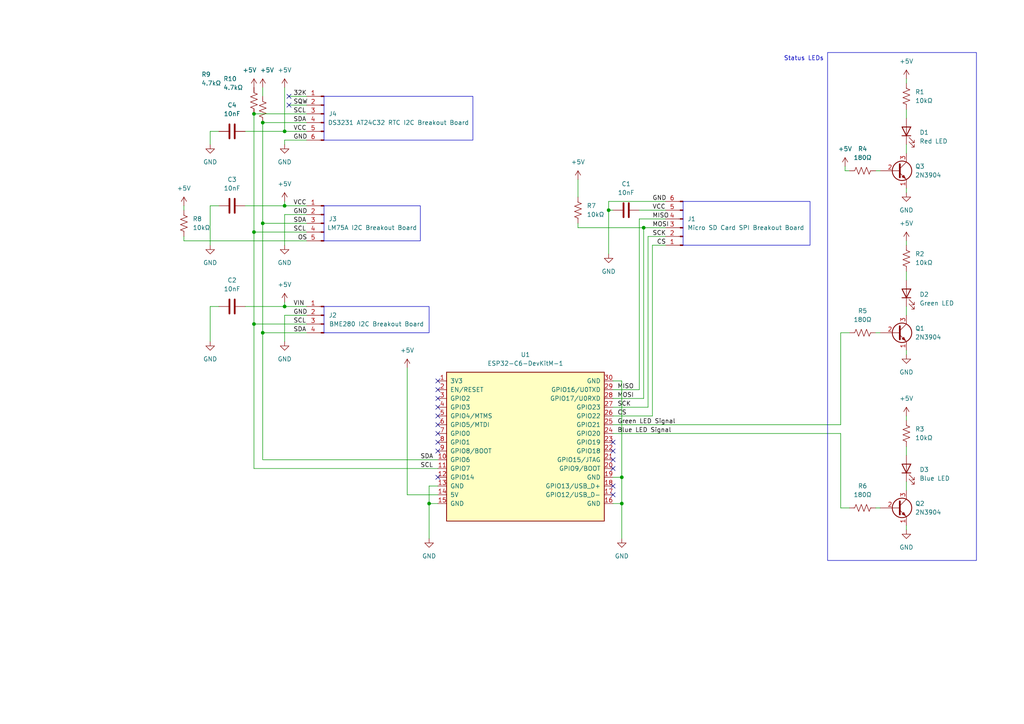
<source format=kicad_sch>
(kicad_sch (version 20230121) (generator eeschema)
  (paper "A4")
  (title_block (title "Project: Warmup Hardware") (date "2024-05-03") (rev "V0.1A") (comment 1 "Requires Espressif KiCad Library"))
  (lib_symbols
    (symbol "Connector:Conn_01x04_Pin" (pin_names (offset 1.016) hide)
      (property "Reference" "J" (at 0 5.08 0))
      (property "Value" "Conn_01x04_Pin" (at 0 -7.62 0))
      (symbol "Conn_01x04_Pin_1_1"
        (polyline (pts (xy 1.27 -5.08) (xy 0.8636 -5.08)) (stroke (width 0.1524)))
        (polyline (pts (xy 1.27 -2.54) (xy 0.8636 -2.54)) (stroke (width 0.1524)))
        (polyline (pts (xy 1.27 0) (xy 0.8636 0)) (stroke (width 0.1524)))
        (polyline (pts (xy 1.27 2.54) (xy 0.8636 2.54)) (stroke (width 0.1524)))
        (rectangle (start 0.8636 -4.953) (end 0 -5.207) (stroke (width 0.1524)) (fill (type outline)))
        (rectangle (start 0.8636 -2.413) (end 0 -2.667) (stroke (width 0.1524)) (fill (type outline)))
        (rectangle (start 0.8636 0.127) (end 0 -0.127) (stroke (width 0.1524)) (fill (type outline)))
        (rectangle (start 0.8636 2.667) (end 0 2.413) (stroke (width 0.1524)) (fill (type outline)))
        (pin passive line (at 5.08 2.54 180) (length 3.81) (name "Pin_1") (number "1"))
        (pin passive line (at 5.08 0 180) (length 3.81) (name "Pin_2") (number "2"))
        (pin passive line (at 5.08 -2.54 180) (length 3.81) (name "Pin_3") (number "3"))
        (pin passive line (at 5.08 -5.08 180) (length 3.81) (name "Pin_4") (number "4"))
      )
    )
    (symbol "Connector:Conn_01x05_Pin" (pin_names (offset 1.016) hide)
      (property "Reference" "J" (at 0 7.62 0))
      (property "Value" "Conn_01x05_Pin" (at 0 -7.62 0))
      (symbol "Conn_01x05_Pin_1_1"
        (polyline (pts (xy 1.27 -5.08) (xy 0.8636 -5.08)) (stroke (width 0.1524)))
        (polyline (pts (xy 1.27 -2.54) (xy 0.8636 -2.54)) (stroke (width 0.1524)))
        (polyline (pts (xy 1.27 0) (xy 0.8636 0)) (stroke (width 0.1524)))
        (polyline (pts (xy 1.27 2.54) (xy 0.8636 2.54)) (stroke (width 0.1524)))
        (polyline (pts (xy 1.27 5.08) (xy 0.8636 5.08)) (stroke (width 0.1524)))
        (rectangle (start 0.8636 -4.953) (end 0 -5.207) (stroke (width 0.1524)) (fill (type outline)))
        (rectangle (start 0.8636 -2.413) (end 0 -2.667) (stroke (width 0.1524)) (fill (type outline)))
        (rectangle (start 0.8636 0.127) (end 0 -0.127) (stroke (width 0.1524)) (fill (type outline)))
        (rectangle (start 0.8636 2.667) (end 0 2.413) (stroke (width 0.1524)) (fill (type outline)))
        (rectangle (start 0.8636 5.207) (end 0 4.953) (stroke (width 0.1524)) (fill (type outline)))
        (pin passive line (at 5.08 5.08 180) (length 3.81) (name "Pin_1") (number "1"))
        (pin passive line (at 5.08 2.54 180) (length 3.81) (name "Pin_2") (number "2"))
        (pin passive line (at 5.08 0 180) (length 3.81) (name "Pin_3") (number "3"))
        (pin passive line (at 5.08 -2.54 180) (length 3.81) (name "Pin_4") (number "4"))
        (pin passive line (at 5.08 -5.08 180) (length 3.81) (name "Pin_5") (number "5"))
      )
    )
    (symbol "Connector:Conn_01x06_Pin" (pin_names (offset 1.016) hide)
      (property "Reference" "J" (at 0 7.62 0))
      (property "Value" "Conn_01x06_Pin" (at 0 -10.16 0))
      (symbol "Conn_01x06_Pin_1_1"
        (polyline (pts (xy 1.27 -7.62) (xy 0.8636 -7.62)) (stroke (width 0.1524)))
        (polyline (pts (xy 1.27 -5.08) (xy 0.8636 -5.08)) (stroke (width 0.1524)))
        (polyline (pts (xy 1.27 -2.54) (xy 0.8636 -2.54)) (stroke (width 0.1524)))
        (polyline (pts (xy 1.27 0) (xy 0.8636 0)) (stroke (width 0.1524)))
        (polyline (pts (xy 1.27 2.54) (xy 0.8636 2.54)) (stroke (width 0.1524)))
        (polyline (pts (xy 1.27 5.08) (xy 0.8636 5.08)) (stroke (width 0.1524)))
        (rectangle (start 0.8636 -7.493) (end 0 -7.747) (stroke (width 0.1524)) (fill (type outline)))
        (rectangle (start 0.8636 -4.953) (end 0 -5.207) (stroke (width 0.1524)) (fill (type outline)))
        (rectangle (start 0.8636 -2.413) (end 0 -2.667) (stroke (width 0.1524)) (fill (type outline)))
        (rectangle (start 0.8636 0.127) (end 0 -0.127) (stroke (width 0.1524)) (fill (type outline)))
        (rectangle (start 0.8636 2.667) (end 0 2.413) (stroke (width 0.1524)) (fill (type outline)))
        (rectangle (start 0.8636 5.207) (end 0 4.953) (stroke (width 0.1524)) (fill (type outline)))
        (pin passive line (at 5.08 5.08 180) (length 3.81) (name "Pin_1") (number "1"))
        (pin passive line (at 5.08 2.54 180) (length 3.81) (name "Pin_2") (number "2"))
        (pin passive line (at 5.08 0 180) (length 3.81) (name "Pin_3") (number "3"))
        (pin passive line (at 5.08 -2.54 180) (length 3.81) (name "Pin_4") (number "4"))
        (pin passive line (at 5.08 -5.08 180) (length 3.81) (name "Pin_5") (number "5"))
        (pin passive line (at 5.08 -7.62 180) (length 3.81) (name "Pin_6") (number "6"))
      )
    )
    (symbol "Device:C" (pin_numbers hide) (pin_names (offset 0.254))
      (property "Reference" "C" (at 0.635 2.54 0))
      (property "Value" "C" (at 0.635 -2.54 0))
      (symbol "C_0_1"
        (polyline (pts (xy -2.032 -0.762) (xy 2.032 -0.762)) (stroke (width 0.508)))
        (polyline (pts (xy -2.032 0.762) (xy 2.032 0.762)) (stroke (width 0.508)))
      )
      (symbol "C_1_1"
        (pin passive line (at 0 3.81 270) (length 2.794) (name "~") (number "1"))
        (pin passive line (at 0 -3.81 90) (length 2.794) (name "~") (number "2"))
      )
    )
    (symbol "Device:LED" (pin_numbers hide) (pin_names (offset 1.016) hide)
      (property "Reference" "D" (at 0 2.54 0))
      (property "Value" "LED" (at 0 -2.54 0))
      (symbol "LED_0_1"
        (polyline (pts (xy -1.27 -1.27) (xy -1.27 1.27)) (stroke (width 0.254)))
        (polyline (pts (xy -1.27 0) (xy 1.27 0)))
        (polyline (pts (xy 1.27 -1.27) (xy 1.27 1.27) (xy -1.27 0) (xy 1.27 -1.27)) (stroke (width 0.254)))
        (polyline (pts (xy -3.048 -0.762) (xy -4.572 -2.286) (xy -3.81 -2.286) (xy -4.572 -2.286) (xy -4.572 -1.524)))
        (polyline (pts (xy -1.778 -0.762) (xy -3.302 -2.286) (xy -2.54 -2.286) (xy -3.302 -2.286) (xy -3.302 -1.524)))
      )
      (symbol "LED_1_1"
        (pin passive line (at -3.81 0 0) (length 2.54) (name "K") (number "1"))
        (pin passive line (at 3.81 0 180) (length 2.54) (name "A") (number "2"))
      )
    )
    (symbol "Device:R_US" (pin_numbers hide) (pin_names (offset 0))
      (property "Reference" "R" (at 2.54 0 90))
      (property "Value" "R_US" (at -2.54 0 90))
      (symbol "R_US_0_1"
        (polyline (pts (xy 0 -2.286) (xy 0 -2.54)))
        (polyline (pts (xy 0 2.286) (xy 0 2.54)))
        (polyline (pts (xy 0 -0.762) (xy 1.016 -1.143) (xy 0 -1.524) (xy -1.016 -1.905) (xy 0 -2.286)))
        (polyline (pts (xy 0 0.762) (xy 1.016 0.381) (xy 0 0) (xy -1.016 -0.381) (xy 0 -0.762)))
        (polyline (pts (xy 0 2.286) (xy 1.016 1.905) (xy 0 1.524) (xy -1.016 1.143) (xy 0 0.762)))
      )
      (symbol "R_US_1_1"
        (pin passive line (at 0 3.81 270) (length 1.27) (name "~") (number "1"))
        (pin passive line (at 0 -3.81 90) (length 1.27) (name "~") (number "2"))
      )
    )
    (symbol "PCM_Espressif:ESP32-C6-DevKitM-1" (pin_names (offset 1.016))
      (property "Reference" "U" (at -22.86 25.4 0))
      (property "Value" "ESP32-C6-DevKitM-1" (at -22.86 22.86 0))
      (symbol "ESP32-C6-DevKitM-1_0_1"
        (rectangle (start -22.86 20.32) (end 22.86 -22.86) (stroke (width 0.254)) (fill (type background)))
      )
      (symbol "ESP32-C6-DevKitM-1_1_0"
        (pin power_in line (at -25.4 -15.24 0) (length 2.54) (name "5V") (number "14"))
        (pin input line (at -25.4 15.24 0) (length 2.54) (name "EN/RESET") (number "2"))
        (pin passive line (at 25.4 17.78 180) (length 2.54) (name "GND") (number "30"))
      )
      (symbol "ESP32-C6-DevKitM-1_1_1"
        (pin power_in line (at -25.4 17.78 0) (length 2.54) (name "3V3") (number "1"))
        (pin bidirectional line (at -25.4 -5.08 0) (length 2.54) (name "GPIO6") (number "10"))
        (pin bidirectional line (at -25.4 -7.62 0) (length 2.54) (name "GPIO7") (number "11"))
        (pin bidirectional line (at -25.4 -10.16 0) (length 2.54) (name "GPIO14") (number "12"))
        (pin passive line (at -25.4 -12.7 0) (length 2.54) (name "GND") (number "13"))
        (pin passive line (at -25.4 -17.78 0) (length 2.54) (name "GND") (number "15"))
        (pin passive line (at 25.4 -17.78 180) (length 2.54) (name "GND") (number "16"))
        (pin bidirectional line (at 25.4 -15.24 180) (length 2.54) (name "GPIO12/USB_D-") (number "17"))
        (pin bidirectional line (at 25.4 -12.7 180) (length 2.54) (name "GPIO13/USB_D+") (number "18"))
        (pin passive line (at 25.4 -10.16 180) (length 2.54) (name "GND") (number "19"))
        (pin bidirectional line (at 25.4 -7.62 180) (length 2.54) (name "GPIO9/BOOT") (number "20"))
        (pin bidirectional line (at 25.4 -5.08 180) (length 2.54) (name "GPIO15/JTAG") (number "21"))
        (pin bidirectional line (at 25.4 -2.54 180) (length 2.54) (name "GPIO18") (number "22"))
        (pin bidirectional line (at 25.4 0 180) (length 2.54) (name "GPIO19") (number "23"))
        (pin bidirectional line (at 25.4 2.54 180) (length 2.54) (name "GPIO20") (number "24"))
        (pin bidirectional line (at 25.4 5.08 180) (length 2.54) (name "GPIO21") (number "25"))
        (pin bidirectional line (at 25.4 7.62 180) (length 2.54) (name "GPIO22") (number "26"))
        (pin bidirectional line (at 25.4 10.16 180) (length 2.54) (name "GPIO23") (number "27"))
        (pin bidirectional line (at 25.4 12.7 180) (length 2.54) (name "GPIO17/U0RXD") (number "28"))
        (pin bidirectional line (at 25.4 15.24 180) (length 2.54) (name "GPIO16/U0TXD") (number "29"))
        (pin bidirectional line (at -25.4 12.7 0) (length 2.54) (name "GPIO2") (number "3"))
        (pin bidirectional line (at -25.4 10.16 0) (length 2.54) (name "GPIO3") (number "4"))
        (pin bidirectional line (at -25.4 7.62 0) (length 2.54) (name "GPIO4/MTMS") (number "5"))
        (pin bidirectional line (at -25.4 5.08 0) (length 2.54) (name "GPIO5/MTDI") (number "6"))
        (pin bidirectional line (at -25.4 2.54 0) (length 2.54) (name "GPIO0") (number "7"))
        (pin bidirectional line (at -25.4 0 0) (length 2.54) (name "GPIO1") (number "8"))
        (pin bidirectional line (at -25.4 -2.54 0) (length 2.54) (name "GPIO8/BOOT") (number "9"))
      )
    )
    (symbol "Transistor_BJT:2N3904" (pin_names (offset 0) hide)
      (property "Reference" "Q" (at 5.08 1.905 0))
      (property "Value" "2N3904" (at 5.08 0 0))
      (symbol "2N3904_0_1"
        (polyline (pts (xy 0.635 0.635) (xy 2.54 2.54)))
        (polyline (pts (xy 0.635 -0.635) (xy 2.54 -2.54) (xy 2.54 -2.54)))
        (polyline (pts (xy 0.635 1.905) (xy 0.635 -1.905) (xy 0.635 -1.905)) (stroke (width 0.508)))
        (polyline (pts (xy 1.27 -1.778) (xy 1.778 -1.27) (xy 2.286 -2.286) (xy 1.27 -1.778) (xy 1.27 -1.778)) (fill (type outline)))
        (circle (center 1.27 0) (radius 2.8194) (stroke (width 0.254)))
      )
      (symbol "2N3904_1_1"
        (pin passive line (at 2.54 -5.08 90) (length 2.54) (name "E") (number "1"))
        (pin passive line (at -5.08 0 0) (length 5.715) (name "B") (number "2"))
        (pin passive line (at 2.54 5.08 270) (length 2.54) (name "C") (number "3"))
      )
    )
    (symbol "power:+5V" (power) (pin_names (offset 0))
      (property "Value" "+5V" (at 0 3.556 0))
      (symbol "+5V_0_1"
        (polyline (pts (xy -0.762 1.27) (xy 0 2.54)))
        (polyline (pts (xy 0 0) (xy 0 2.54)))
        (polyline (pts (xy 0 2.54) (xy 0.762 1.27)))
      )
      (symbol "+5V_1_1"
        (pin power_in line (at 0 0 90) (length 0) hide (name "+5V") (number "1"))
      )
    )
    (symbol "power:GND" (power) (pin_names (offset 0))
      (property "Value" "GND" (at 0 -3.81 0))
      (symbol "GND_0_1"
        (polyline (pts (xy 0 0) (xy 0 -1.27) (xy 1.27 -1.27) (xy 0 -2.54) (xy -1.27 -1.27) (xy 0 -1.27)))
      )
      (symbol "GND_1_1"
        (pin power_in line (at 0 0 270) (length 0) hide (name "GND") (number "1"))
      )
    )
  )
  (junction (at 76.2 96.52))
  (junction (at 82.55 38.1))
  (junction (at 73.66 33.02))
  (junction (at 124.46 146.05))
  (junction (at 73.66 67.31))
  (junction (at 82.55 88.9))
  (junction (at 82.55 59.69))
  (junction (at 186.69 66.04))
  (junction (at 73.66 93.98))
  (junction (at 180.34 146.05))
  (junction (at 180.34 138.43))
  (junction (at 76.2 35.56))
  (junction (at 76.2 64.77))
  (junction (at 176.53 60.96))
  (no_connect (at 177.8 128.27))
  (no_connect (at 177.8 135.89))
  (no_connect (at 177.8 140.97))
  (no_connect (at 127 115.57))
  (no_connect (at 177.8 133.35))
  (no_connect (at 127 123.19))
  (no_connect (at 127 113.03))
  (no_connect (at 127 128.27))
  (no_connect (at 177.8 130.81))
  (no_connect (at 127 130.81))
  (no_connect (at 127 118.11))
  (no_connect (at 127 138.43))
  (no_connect (at 177.8 143.51))
  (no_connect (at 83.82 27.94))
  (no_connect (at 127 120.65))
  (no_connect (at 127 125.73))
  (no_connect (at 127 110.49))
  (no_connect (at 83.82 30.48))
  (wire (pts (xy 167.64 52.07) (xy 167.64 57.15)))
  (wire (pts (xy 187.96 68.58) (xy 193.04 68.58)))
  (wire (pts (xy 187.96 68.58) (xy 187.96 118.11)))
  (wire (pts (xy 73.66 33.02) (xy 73.66 67.31)))
  (wire (pts (xy 73.66 33.02) (xy 88.9 33.02)))
  (wire (pts (xy 73.66 67.31) (xy 88.9 67.31)))
  (wire (pts (xy 186.69 66.04) (xy 186.69 115.57)))
  (wire (pts (xy 177.8 110.49) (xy 180.34 110.49)))
  (wire (pts (xy 186.69 66.04) (xy 193.04 66.04)))
  (wire (pts (xy 185.42 113.03) (xy 177.8 113.03)))
  (wire (pts (xy 124.46 146.05) (xy 124.46 156.21)))
  (wire (pts (xy 60.96 88.9) (xy 60.96 99.06)))
  (wire (pts (xy 127 133.35) (xy 76.2 133.35)))
  (wire (pts (xy 262.89 69.85) (xy 262.89 71.12)))
  (wire (pts (xy 82.55 62.23) (xy 82.55 71.12)))
  (wire (pts (xy 177.8 118.11) (xy 187.96 118.11)))
  (wire (pts (xy 82.55 25.4) (xy 82.55 38.1)))
  (wire (pts (xy 73.66 93.98) (xy 88.9 93.98)))
  (wire (pts (xy 76.2 35.56) (xy 76.2 64.77)))
  (wire (pts (xy 82.55 62.23) (xy 88.9 62.23)))
  (wire (pts (xy 71.12 88.9) (xy 82.55 88.9)))
  (wire (pts (xy 177.8 125.73) (xy 243.84 125.73)))
  (wire (pts (xy 177.8 146.05) (xy 180.34 146.05)))
  (wire (pts (xy 262.89 41.91) (xy 262.89 44.45)))
  (wire (pts (xy 177.8 120.65) (xy 189.23 120.65)))
  (wire (pts (xy 127 146.05) (xy 124.46 146.05)))
  (wire (pts (xy 82.55 88.9) (xy 88.9 88.9)))
  (wire (pts (xy 71.12 38.1) (xy 82.55 38.1)))
  (wire (pts (xy 53.34 60.96) (xy 53.34 59.69)))
  (wire (pts (xy 243.84 96.52) (xy 243.84 123.19)))
  (wire (pts (xy 262.89 88.9) (xy 262.89 91.44)))
  (wire (pts (xy 176.53 60.96) (xy 177.8 60.96)))
  (wire (pts (xy 189.23 71.12) (xy 193.04 71.12)))
  (wire (pts (xy 82.55 91.44) (xy 88.9 91.44)))
  (wire (pts (xy 60.96 59.69) (xy 60.96 71.12)))
  (wire (pts (xy 82.55 88.9) (xy 82.55 87.63)))
  (wire (pts (xy 127 143.51) (xy 118.11 143.51)))
  (wire (pts (xy 262.89 139.7) (xy 262.89 142.24)))
  (wire (pts (xy 73.66 135.89) (xy 73.66 93.98)))
  (wire (pts (xy 71.12 59.69) (xy 82.55 59.69)))
  (wire (pts (xy 83.82 30.48) (xy 88.9 30.48)))
  (wire (pts (xy 82.55 40.64) (xy 82.55 41.91)))
  (wire (pts (xy 243.84 147.32) (xy 246.38 147.32)))
  (wire (pts (xy 76.2 64.77) (xy 88.9 64.77)))
  (wire (pts (xy 127 140.97) (xy 124.46 140.97)))
  (wire (pts (xy 176.53 60.96) (xy 176.53 73.66)))
  (wire (pts (xy 243.84 125.73) (xy 243.84 147.32)))
  (wire (pts (xy 73.66 67.31) (xy 73.66 93.98)))
  (wire (pts (xy 124.46 140.97) (xy 124.46 146.05)))
  (wire (pts (xy 262.89 31.75) (xy 262.89 34.29)))
  (wire (pts (xy 254 96.52) (xy 255.27 96.52)))
  (wire (pts (xy 243.84 96.52) (xy 246.38 96.52)))
  (wire (pts (xy 185.42 63.5) (xy 193.04 63.5)))
  (wire (pts (xy 83.82 27.94) (xy 88.9 27.94)))
  (wire (pts (xy 177.8 138.43) (xy 180.34 138.43)))
  (wire (pts (xy 76.2 64.77) (xy 76.2 96.52)))
  (wire (pts (xy 262.89 78.74) (xy 262.89 81.28)))
  (wire (pts (xy 180.34 110.49) (xy 180.34 138.43)))
  (wire (pts (xy 262.89 129.54) (xy 262.89 132.08)))
  (wire (pts (xy 180.34 138.43) (xy 180.34 146.05)))
  (wire (pts (xy 262.89 120.65) (xy 262.89 121.92)))
  (wire (pts (xy 53.34 69.85) (xy 53.34 68.58)))
  (wire (pts (xy 63.5 38.1) (xy 60.96 38.1)))
  (wire (pts (xy 76.2 35.56) (xy 88.9 35.56)))
  (wire (pts (xy 185.42 63.5) (xy 185.42 113.03)))
  (wire (pts (xy 76.2 133.35) (xy 76.2 96.52)))
  (wire (pts (xy 262.89 101.6) (xy 262.89 102.87)))
  (wire (pts (xy 262.89 22.86) (xy 262.89 24.13)))
  (wire (pts (xy 76.2 96.52) (xy 88.9 96.52)))
  (wire (pts (xy 76.2 25.4) (xy 76.2 27.94)))
  (wire (pts (xy 82.55 59.69) (xy 82.55 58.42)))
  (wire (pts (xy 254 49.53) (xy 255.27 49.53)))
  (wire (pts (xy 63.5 59.69) (xy 60.96 59.69)))
  (wire (pts (xy 246.38 49.53) (xy 245.11 49.53)))
  (wire (pts (xy 82.55 38.1) (xy 88.9 38.1)))
  (wire (pts (xy 167.64 66.04) (xy 167.64 64.77)))
  (wire (pts (xy 262.89 54.61) (xy 262.89 55.88)))
  (wire (pts (xy 118.11 143.51) (xy 118.11 106.68)))
  (wire (pts (xy 189.23 120.65) (xy 189.23 71.12)))
  (wire (pts (xy 177.8 115.57) (xy 186.69 115.57)))
  (wire (pts (xy 176.53 58.42) (xy 193.04 58.42)))
  (wire (pts (xy 82.55 59.69) (xy 88.9 59.69)))
  (wire (pts (xy 176.53 58.42) (xy 176.53 60.96)))
  (wire (pts (xy 53.34 69.85) (xy 88.9 69.85)))
  (wire (pts (xy 177.8 123.19) (xy 243.84 123.19)))
  (wire (pts (xy 60.96 38.1) (xy 60.96 41.91)))
  (wire (pts (xy 82.55 91.44) (xy 82.55 99.06)))
  (wire (pts (xy 127 135.89) (xy 73.66 135.89)))
  (wire (pts (xy 180.34 146.05) (xy 180.34 156.21)))
  (wire (pts (xy 262.89 152.4) (xy 262.89 153.67)))
  (wire (pts (xy 245.11 49.53) (xy 245.11 48.26)))
  (wire (pts (xy 82.55 40.64) (xy 88.9 40.64)))
  (wire (pts (xy 185.42 60.96) (xy 193.04 60.96)))
  (wire (pts (xy 63.5 88.9) (xy 60.96 88.9)))
  (wire (pts (xy 167.64 66.04) (xy 186.69 66.04)))
  (wire (pts (xy 254 147.32) (xy 255.27 147.32)))
  (rectangle (start 198.12 58.42) (end 234.95 71.12))
  (rectangle (start 240.03 15.24) (end 283.21 162.56))
  (rectangle (start 93.98 40.64) (end 137.16 27.94))
  (rectangle (start 93.98 69.85) (end 121.92 59.69))
  (rectangle (start 93.98 96.52) (end 124.46 88.9))
  (text "Status LEDs" (at 227.33 17.78 0) (effects (font (size 1.27 1.27)) (justify left bottom)))
  (label "32K" (at 85.09 27.94 0))
  (label "SDA" (at 85.09 96.52 0))
  (label "CS" (at 190.5 71.12 0))
  (label "GND" (at 85.09 91.44 0))
  (label "OS" (at 86.36 69.85 0))
  (label "SCL" (at 85.09 33.02 0))
  (label "SCL" (at 85.09 67.31 0))
  (label "SDA" (at 85.09 64.77 0))
  (label "VCC" (at 189.23 60.96 0))
  (label "SCL" (at 85.09 93.98 0))
  (label "SCK" (at 189.23 68.58 0))
  (label "MOSI" (at 179.07 115.57 0))
  (label "MISO" (at 179.07 113.03 0))
  (label "SDA" (at 85.09 35.56 0))
  (label "GND" (at 85.09 62.23 0))
  (label "VIN" (at 85.09 88.9 0))
  (label "SQW" (at 85.09 30.48 0))
  (label "MISO" (at 189.23 63.5 0))
  (label "SCK" (at 179.07 118.11 0))
  (label "SDA" (at 121.92 133.35 0))
  (label "MOSI" (at 189.23 66.04 0))
  (label "CS" (at 179.07 120.65 0))
  (label "Green LED Signal" (at 179.07 123.19 0))
  (label "VCC" (at 85.09 59.69 0))
  (label "VCC" (at 85.09 38.1 0))
  (label "GND" (at 85.09 40.64 0))
  (label "Blue LED Signal" (at 179.07 125.73 0))
  (label "SCL" (at 121.92 135.89 0))
  (label "GND" (at 189.23 58.42 0))
  (symbol (lib_id "power:GND") (at 82.55 71.12 0) (unit 1)
    (property "Reference" "#PWR017" (effects hide))
    (property "Value" "GND" (at 82.55 76.2 0))
  )
  (symbol (lib_id "Device:R_US") (at 53.34 64.77 180) (unit 1)
    (property "Reference" "R8" (at 55.88 63.5 0) (effects (justify right)))
    (property "Value" "10kΩ" (at 55.88 66.04 0) (effects (justify right)))
  )
  (symbol (lib_id "power:GND") (at 124.46 156.21 0) (unit 1)
    (property "Reference" "#PWR02" (effects hide))
    (property "Value" "GND" (at 124.46 161.29 0))
  )
  (symbol (lib_id "power:GND") (at 60.96 99.06 0) (unit 1)
    (property "Reference" "#PWR019" (effects hide))
    (property "Value" "GND" (at 60.96 104.14 0))
  )
  (symbol (lib_id "Device:LED") (at 262.89 85.09 90) (unit 1)
    (property "Reference" "D2" (at 266.7 85.4075 90) (effects (justify right)))
    (property "Value" "Green LED" (at 266.7 87.9475 90) (effects (justify right)))
  )
  (symbol (lib_id "Device:LED") (at 262.89 135.89 90) (unit 1)
    (property "Reference" "D3" (at 266.7 136.2075 90) (effects (justify right)))
    (property "Value" "Blue LED" (at 266.7 138.7475 90) (effects (justify right)))
  )
  (symbol (lib_id "Device:R_US") (at 262.89 74.93 0) (unit 1)
    (property "Reference" "R2" (at 265.43 73.66 0) (effects (justify left)))
    (property "Value" "10kΩ" (at 265.43 76.2 0) (effects (justify left)))
  )
  (symbol (lib_id "Connector:Conn_01x04_Pin") (at 93.98 91.44 0) (mirror y) (unit 1)
    (property "Reference" "J2" (at 96.52 91.44 0))
    (property "Value" "BME280 I2C Breakout Board" (at 109.22 93.98 0))
  )
  (symbol (lib_id "power:GND") (at 82.55 99.06 0) (unit 1)
    (property "Reference" "#PWR016" (effects hide))
    (property "Value" "GND" (at 82.55 104.14 0))
  )
  (symbol (lib_id "Device:R_US") (at 250.19 147.32 90) (unit 1)
    (property "Reference" "R6" (at 250.19 140.97 90))
    (property "Value" "180Ω" (at 250.19 143.51 90))
  )
  (symbol (lib_id "Device:C") (at 67.31 88.9 90) (unit 1)
    (property "Reference" "C2" (at 67.31 81.28 90))
    (property "Value" "10nF" (at 67.31 83.82 90))
  )
  (symbol (lib_id "Connector:Conn_01x06_Pin") (at 93.98 33.02 0) (mirror y) (unit 1)
    (property "Reference" "J4" (at 96.52 33.02 0))
    (property "Value" "DS3231 AT24C32 RTC I2C Breakout Board" (at 115.57 35.56 0))
  )
  (symbol (lib_id "power:+5V") (at 118.11 106.68 0) (unit 1)
    (property "Reference" "#PWR024" (effects hide))
    (property "Value" "+5V" (at 118.11 101.6 0))
  )
  (symbol (lib_id "power:+5V") (at 167.64 52.07 0) (unit 1)
    (property "Reference" "#PWR011" (effects hide))
    (property "Value" "+5V" (at 167.64 46.99 0))
  )
  (symbol (lib_id "Device:R_US") (at 250.19 49.53 270) (unit 1)
    (property "Reference" "R4" (at 250.19 43.18 90))
    (property "Value" "180Ω" (at 250.19 45.72 90))
  )
  (symbol (lib_id "power:+5V") (at 76.2 25.4 0) (unit 1)
    (property "Reference" "#PWR023" (effects hide))
    (property "Value" "+5V" (at 77.47 20.32 0))
  )
  (symbol (lib_id "power:+5V") (at 245.11 48.26 0) (unit 1)
    (property "Reference" "#PWR09" (effects hide))
    (property "Value" "+5V" (at 245.11 43.18 0))
  )
  (symbol (lib_id "Device:R_US") (at 262.89 27.94 0) (unit 1)
    (property "Reference" "R1" (at 265.43 26.67 0) (effects (justify left)))
    (property "Value" "10kΩ" (at 265.43 29.21 0) (effects (justify left)))
  )
  (symbol (lib_id "Device:LED") (at 262.89 38.1 90) (unit 1)
    (property "Reference" "D1" (at 266.7 38.4175 90) (effects (justify right)))
    (property "Value" "Red LED" (at 266.7 40.9575 90) (effects (justify right)))
  )
  (symbol (lib_id "Device:C") (at 67.31 38.1 90) (unit 1)
    (property "Reference" "C4" (at 67.31 30.48 90))
    (property "Value" "10nF" (at 67.31 33.02 90))
  )
  (symbol (lib_id "power:+5V") (at 82.55 25.4 0) (unit 1)
    (property "Reference" "#PWR012" (effects hide))
    (property "Value" "+5V" (at 82.55 20.32 0))
  )
  (symbol (lib_id "Transistor_BJT:2N3904") (at 260.35 49.53 0) (unit 1)
    (property "Reference" "Q3" (at 265.43 48.26 0) (effects (justify left)))
    (property "Value" "2N3904" (at 265.43 50.8 0) (effects (justify left)))
    (property "Footprint" "Package_TO_SOT_THT:TO-92_Inline" (effects hide))
    (property "Datasheet" "https://www.onsemi.com/pub/Collateral/2N3903-D.PDF" (effects hide))
  )
  (symbol (lib_id "power:GND") (at 180.34 156.21 0) (unit 1)
    (property "Reference" "#PWR01" (effects hide))
    (property "Value" "GND" (at 180.34 161.29 0))
  )
  (symbol (lib_id "power:GND") (at 60.96 71.12 0) (unit 1)
    (property "Reference" "#PWR020" (effects hide))
    (property "Value" "GND" (at 60.96 76.2 0))
  )
  (symbol (lib_id "power:+5V") (at 82.55 87.63 0) (unit 1)
    (property "Reference" "#PWR014" (effects hide))
    (property "Value" "+5V" (at 82.55 82.55 0))
  )
  (symbol (lib_id "Transistor_BJT:2N3904") (at 260.35 96.52 0) (unit 1)
    (property "Reference" "Q1" (at 265.43 95.25 0) (effects (justify left)))
    (property "Value" "2N3904" (at 265.43 97.79 0) (effects (justify left)))
    (property "Footprint" "Package_TO_SOT_THT:TO-92_Inline" (effects hide))
    (property "Datasheet" "https://www.onsemi.com/pub/Collateral/2N3903-D.PDF" (effects hide))
  )
  (symbol (lib_id "Transistor_BJT:2N3904") (at 260.35 147.32 0) (unit 1)
    (property "Reference" "Q2" (at 265.43 146.05 0) (effects (justify left)))
    (property "Value" "2N3904" (at 265.43 148.59 0) (effects (justify left)))
    (property "Footprint" "Package_TO_SOT_THT:TO-92_Inline" (effects hide))
    (property "Datasheet" "https://www.onsemi.com/pub/Collateral/2N3903-D.PDF" (effects hide))
  )
  (symbol (lib_id "power:+5V") (at 73.66 25.4 0) (unit 1)
    (property "Reference" "#PWR022" (effects hide))
    (property "Value" "+5V" (at 72.39 20.32 0))
  )
  (symbol (lib_id "Connector:Conn_01x05_Pin") (at 93.98 64.77 0) (mirror y) (unit 1)
    (property "Reference" "J3" (at 96.52 63.5 0))
    (property "Value" "LM75A I2C Breakout Board" (at 107.95 66.04 0))
  )
  (symbol (lib_id "Device:R_US") (at 262.89 125.73 0) (unit 1)
    (property "Reference" "R3" (at 265.43 124.46 0) (effects (justify left)))
    (property "Value" "10kΩ" (at 265.43 127 0) (effects (justify left)))
  )
  (symbol (lib_id "power:+5V") (at 262.89 120.65 0) (unit 1)
    (property "Reference" "#PWR08" (effects hide))
    (property "Value" "+5V" (at 262.89 115.57 0))
  )
  (symbol (lib_id "Device:R_US") (at 250.19 96.52 90) (unit 1)
    (property "Reference" "R5" (at 250.19 90.17 90))
    (property "Value" "180Ω" (at 250.19 92.71 90))
  )
  (symbol (lib_id "power:+5V") (at 82.55 58.42 0) (unit 1)
    (property "Reference" "#PWR013" (effects hide))
    (property "Value" "+5V" (at 82.55 53.34 0))
  )
  (symbol (lib_id "power:GND") (at 176.53 73.66 0) (unit 1)
    (property "Reference" "#PWR010" (effects hide))
    (property "Value" "GND" (at 176.53 78.74 0))
  )
  (symbol (lib_id "power:+5V") (at 262.89 22.86 0) (unit 1)
    (property "Reference" "#PWR06" (effects hide))
    (property "Value" "+5V" (at 262.89 17.78 0))
  )
  (symbol (lib_id "Device:R_US") (at 73.66 29.21 0) (unit 1)
    (property "Reference" "R9" (at 58.42 21.59 0) (effects (justify left)))
    (property "Value" "4.7kΩ" (at 58.42 24.13 0) (effects (justify left)))
  )
  (symbol (lib_id "power:GND") (at 262.89 55.88 0) (unit 1)
    (property "Reference" "#PWR03" (effects hide))
    (property "Value" "GND" (at 262.89 60.96 0))
  )
  (symbol (lib_id "PCM_Espressif:ESP32-C6-DevKitM-1") (at 152.4 128.27 0) (unit 1)
    (property "Reference" "U1" (at 152.4 102.87 0))
    (property "Value" "ESP32-C6-DevKitM-1" (at 152.4 105.41 0))
    (property "Footprint" "PCM_Espressif:ESP32-C6-DevKitM-1" (effects hide))
    (property "Datasheet" "https://docs.espressif.com/projects/espressif-esp-dev-kits/en/latest/esp32c6/esp32-c6-devkitm-1/index.html" (effects hide))
  )
  (symbol (lib_id "power:GND") (at 262.89 102.87 0) (unit 1)
    (property "Reference" "#PWR04" (effects hide))
    (property "Value" "GND" (at 262.89 107.95 0))
  )
  (symbol (lib_id "Device:C") (at 181.61 60.96 90) (unit 1)
    (property "Reference" "C1" (at 181.61 53.34 90))
    (property "Value" "10nF" (at 181.61 55.88 90))
  )
  (symbol (lib_id "Device:R_US") (at 76.2 31.75 0) (unit 1)
    (property "Reference" "R10" (at 64.77 22.86 0) (effects (justify left)))
    (property "Value" "4.7kΩ" (at 64.77 25.4 0) (effects (justify left)))
  )
  (symbol (lib_id "Connector:Conn_01x06_Pin") (at 198.12 66.04 180) (unit 1)
    (property "Reference" "J1" (at 199.39 63.5 0) (effects (justify right)))
    (property "Value" "Micro SD Card SPI Breakout Board" (at 199.39 66.04 0) (effects (justify right)))
  )
  (symbol (lib_id "power:+5V") (at 53.34 59.69 0) (unit 1)
    (property "Reference" "#PWR015" (effects hide))
    (property "Value" "+5V" (at 53.34 54.61 0))
  )
  (symbol (lib_id "power:GND") (at 60.96 41.91 0) (unit 1)
    (property "Reference" "#PWR021" (effects hide))
    (property "Value" "GND" (at 60.96 46.99 0))
  )
  (symbol (lib_id "power:GND") (at 262.89 153.67 0) (unit 1)
    (property "Reference" "#PWR05" (effects hide))
    (property "Value" "GND" (at 262.89 158.75 0))
  )
  (symbol (lib_id "Device:R_US") (at 167.64 60.96 0) (unit 1)
    (property "Reference" "R7" (at 170.18 59.69 0) (effects (justify left)))
    (property "Value" "10kΩ" (at 170.18 62.23 0) (effects (justify left)))
  )
  (symbol (lib_id "Device:C") (at 67.31 59.69 90) (unit 1)
    (property "Reference" "C3" (at 67.31 52.07 90))
    (property "Value" "10nF" (at 67.31 54.61 90))
  )
  (symbol (lib_id "power:+5V") (at 262.89 69.85 0) (unit 1)
    (property "Reference" "#PWR07" (effects hide))
    (property "Value" "+5V" (at 262.89 64.77 0))
  )
  (symbol (lib_id "power:GND") (at 82.55 41.91 0) (unit 1)
    (property "Reference" "#PWR018" (effects hide))
    (property "Value" "GND" (at 82.55 46.99 0))
  )
)
</source>
